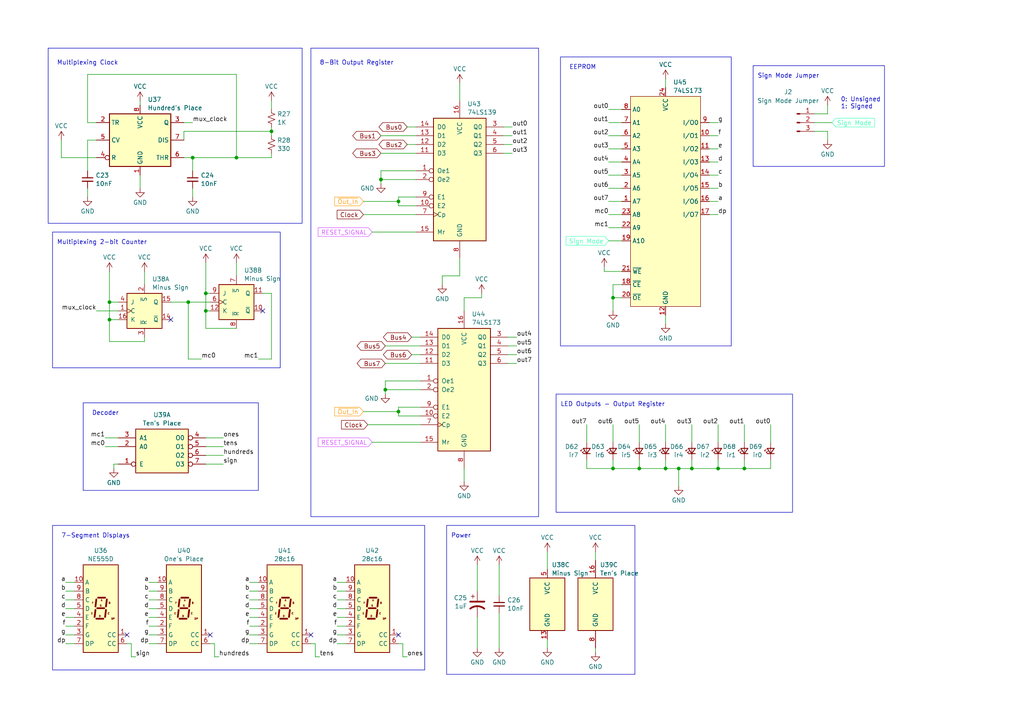
<source format=kicad_sch>
(kicad_sch (version 20230121) (generator eeschema)
  (paper "A4")
  (title_block (title "Output Display") (date "2024-01-22") (rev "1.0"))
  (lib_symbols
    (symbol "74xx:74LS139" (pin_names (offset 1.016))
      (property "Reference" "U" (at -7.62 8.89 0))
      (property "Value" "74LS139" (at -7.62 -8.89 0))
      (symbol "74LS139_1_0"
        (pin input inverted (at -12.7 -5.08 0) (length 5.08) (name "E") (number "1"))
        (pin input line (at -12.7 0 0) (length 5.08) (name "A0") (number "2"))
        (pin input line (at -12.7 2.54 0) (length 5.08) (name "A1") (number "3"))
        (pin output inverted (at 12.7 2.54 180) (length 5.08) (name "O0") (number "4"))
        (pin output inverted (at 12.7 0 180) (length 5.08) (name "O1") (number "5"))
        (pin output inverted (at 12.7 -2.54 180) (length 5.08) (name "O2") (number "6"))
        (pin output inverted (at 12.7 -5.08 180) (length 5.08) (name "O3") (number "7"))
      )
      (symbol "74LS139_1_1"
        (rectangle (start -7.62 5.08) (end 7.62 -7.62) (stroke (width 0.254)) (fill (type background)))
      )
      (symbol "74LS139_2_0"
        (pin output inverted (at 12.7 -2.54 180) (length 5.08) (name "O2") (number "10"))
        (pin output inverted (at 12.7 0 180) (length 5.08) (name "O1") (number "11"))
        (pin output inverted (at 12.7 2.54 180) (length 5.08) (name "O0") (number "12"))
        (pin input line (at -12.7 2.54 0) (length 5.08) (name "A1") (number "13"))
        (pin input line (at -12.7 0 0) (length 5.08) (name "A0") (number "14"))
        (pin input inverted (at -12.7 -5.08 0) (length 5.08) (name "E") (number "15"))
        (pin output inverted (at 12.7 -5.08 180) (length 5.08) (name "O3") (number "9"))
      )
      (symbol "74LS139_2_1"
        (rectangle (start -7.62 5.08) (end 7.62 -7.62) (stroke (width 0.254)) (fill (type background)))
      )
      (symbol "74LS139_3_0"
        (pin power_in line (at 0 12.7 270) (length 5.08) (name "VCC") (number "16"))
        (pin power_in line (at 0 -12.7 90) (length 5.08) (name "GND") (number "8"))
      )
      (symbol "74LS139_3_1"
        (rectangle (start -5.08 7.62) (end 5.08 -7.62) (stroke (width 0.254)) (fill (type background)))
      )
    )
    (symbol "74xx:74LS173" (pin_names (offset 1.016))
      (property "Reference" "U" (at -7.62 19.05 0))
      (property "Value" "74LS173" (at -7.62 -19.05 0))
      (symbol "74LS173_1_0"
        (pin input inverted (at -12.7 2.54 0) (length 5.08) (name "Oe1") (number "1"))
        (pin input inverted (at -12.7 -7.62 0) (length 5.08) (name "E2") (number "10"))
        (pin input line (at -12.7 7.62 0) (length 5.08) (name "D3") (number "11"))
        (pin input line (at -12.7 10.16 0) (length 5.08) (name "D2") (number "12"))
        (pin input line (at -12.7 12.7 0) (length 5.08) (name "D1") (number "13"))
        (pin input line (at -12.7 15.24 0) (length 5.08) (name "D0") (number "14"))
        (pin input line (at -12.7 -15.24 0) (length 5.08) (name "Mr") (number "15"))
        (pin power_in line (at 0 22.86 270) (length 5.08) (name "VCC") (number "16"))
        (pin input inverted (at -12.7 0 0) (length 5.08) (name "Oe2") (number "2"))
        (pin tri_state line (at 12.7 15.24 180) (length 5.08) (name "Q0") (number "3"))
        (pin tri_state line (at 12.7 12.7 180) (length 5.08) (name "Q1") (number "4"))
        (pin tri_state line (at 12.7 10.16 180) (length 5.08) (name "Q2") (number "5"))
        (pin tri_state line (at 12.7 7.62 180) (length 5.08) (name "Q3") (number "6"))
        (pin input clock (at -12.7 -10.16 0) (length 5.08) (name "Cp") (number "7"))
        (pin power_in line (at 0 -22.86 90) (length 5.08) (name "GND") (number "8"))
        (pin input inverted (at -12.7 -5.08 0) (length 5.08) (name "E1") (number "9"))
      )
      (symbol "74LS173_1_1"
        (rectangle (start -7.62 17.78) (end 7.62 -17.78) (stroke (width 0.254)) (fill (type background)))
      )
    )
    (symbol "74xx:74LS76" (pin_names (offset 1.016))
      (property "Reference" "U" (at -7.62 8.89 0))
      (property "Value" "74LS76" (at -7.62 -8.89 0))
      (symbol "74LS76_1_0"
        (pin input clock (at -7.62 0 0) (length 2.54) (name "C") (number "1"))
        (pin output line (at 7.62 -2.54 180) (length 2.54) (name "~{Q}") (number "14"))
        (pin output line (at 7.62 2.54 180) (length 2.54) (name "Q") (number "15"))
        (pin input line (at -7.62 -2.54 0) (length 2.54) (name "K") (number "16"))
        (pin input line (at 0 7.62 270) (length 2.54) (name "~{S}") (number "2"))
        (pin input line (at 0 -7.62 90) (length 2.54) (name "~{R}") (number "3"))
        (pin input line (at -7.62 2.54 0) (length 2.54) (name "J") (number "4"))
      )
      (symbol "74LS76_1_1"
        (rectangle (start -5.08 5.08) (end 5.08 -5.08) (stroke (width 0.254)) (fill (type background)))
      )
      (symbol "74LS76_2_0"
        (pin output line (at 7.62 -2.54 180) (length 2.54) (name "~{Q}") (number "10"))
        (pin output line (at 7.62 2.54 180) (length 2.54) (name "Q") (number "11"))
        (pin input line (at -7.62 -2.54 0) (length 2.54) (name "K") (number "12"))
        (pin input clock (at -7.62 0 0) (length 2.54) (name "C") (number "6"))
        (pin input line (at 0 7.62 270) (length 2.54) (name "~{S}") (number "7"))
        (pin input line (at 0 -7.62 90) (length 2.54) (name "~{R}") (number "8"))
        (pin input line (at -7.62 2.54 0) (length 2.54) (name "J") (number "9"))
      )
      (symbol "74LS76_2_1"
        (rectangle (start -5.08 5.08) (end 5.08 -5.08) (stroke (width 0.254)) (fill (type background)))
      )
      (symbol "74LS76_3_0"
        (pin power_in line (at 0 -10.16 90) (length 2.54) (name "GND") (number "13"))
        (pin power_in line (at 0 10.16 270) (length 2.54) (name "VCC") (number "5"))
      )
      (symbol "74LS76_3_1"
        (rectangle (start -5.08 7.62) (end 5.08 -7.62) (stroke (width 0.254)) (fill (type background)))
      )
    )
    (symbol "Connector:Conn_01x03_Pin" (pin_names (offset 1.016) hide)
      (property "Reference" "J" (at 0 5.08 0))
      (property "Value" "Conn_01x03_Pin" (at 0 -5.08 0))
      (symbol "Conn_01x03_Pin_1_1"
        (polyline (pts (xy 1.27 -2.54) (xy 0.8636 -2.54)) (stroke (width 0.1524)))
        (polyline (pts (xy 1.27 0) (xy 0.8636 0)) (stroke (width 0.1524)))
        (polyline (pts (xy 1.27 2.54) (xy 0.8636 2.54)) (stroke (width 0.1524)))
        (rectangle (start 0.8636 -2.413) (end 0 -2.667) (stroke (width 0.1524)) (fill (type outline)))
        (rectangle (start 0.8636 0.127) (end 0 -0.127) (stroke (width 0.1524)) (fill (type outline)))
        (rectangle (start 0.8636 2.667) (end 0 2.413) (stroke (width 0.1524)) (fill (type outline)))
        (pin passive line (at 5.08 2.54 180) (length 3.81) (name "Pin_1") (number "1"))
        (pin passive line (at 5.08 0 180) (length 3.81) (name "Pin_2") (number "2"))
        (pin passive line (at 5.08 -2.54 180) (length 3.81) (name "Pin_3") (number "3"))
      )
    )
    (symbol "Device:C_Polarized_US" (pin_numbers hide) (pin_names (offset 0.254) hide)
      (property "Reference" "C" (at 0.635 2.54 0))
      (property "Value" "C_Polarized_US" (at 0.635 -2.54 0))
      (symbol "C_Polarized_US_0_1"
        (polyline (pts (xy -2.032 0.762) (xy 2.032 0.762)) (stroke (width 0.508)))
        (polyline (pts (xy -1.778 2.286) (xy -0.762 2.286)))
        (polyline (pts (xy -1.27 1.778) (xy -1.27 2.794)))
        (arc (start 2.032 -1.27) (mid 0 -0.5572) (end -2.032 -1.27) (stroke (width 0.508)))
      )
      (symbol "C_Polarized_US_1_1"
        (pin passive line (at 0 3.81 270) (length 2.794) (name "~") (number "1"))
        (pin passive line (at 0 -3.81 90) (length 3.302) (name "~") (number "2"))
      )
    )
    (symbol "Device:C_Small" (pin_numbers hide) (pin_names (offset 0.254) hide)
      (property "Reference" "C" (at 0.254 1.778 0))
      (property "Value" "C_Small" (at 0.254 -2.032 0))
      (symbol "C_Small_0_1"
        (polyline (pts (xy -1.524 -0.508) (xy 1.524 -0.508)) (stroke (width 0.3302)))
        (polyline (pts (xy -1.524 0.508) (xy 1.524 0.508)) (stroke (width 0.3048)))
      )
      (symbol "C_Small_1_1"
        (pin passive line (at 0 2.54 270) (length 2.032) (name "~") (number "1"))
        (pin passive line (at 0 -2.54 90) (length 2.032) (name "~") (number "2"))
      )
    )
    (symbol "Device:LED_Small" (pin_numbers hide) (pin_names (offset 0.254) hide)
      (property "Reference" "D" (at -1.27 3.175 0))
      (property "Value" "LED_Small" (at -4.445 -2.54 0))
      (symbol "LED_Small_0_1"
        (polyline (pts (xy -0.762 -1.016) (xy -0.762 1.016)) (stroke (width 0.254)))
        (polyline (pts (xy 1.016 0) (xy -0.762 0)))
        (polyline (pts (xy 0.762 -1.016) (xy -0.762 0) (xy 0.762 1.016) (xy 0.762 -1.016)) (stroke (width 0.254)))
        (polyline (pts (xy 0 0.762) (xy -0.508 1.27) (xy -0.254 1.27) (xy -0.508 1.27) (xy -0.508 1.016)))
        (polyline (pts (xy 0.508 1.27) (xy 0 1.778) (xy 0.254 1.778) (xy 0 1.778) (xy 0 1.524)))
      )
      (symbol "LED_Small_1_1"
        (pin passive line (at -2.54 0 0) (length 1.778) (name "K") (number "1"))
        (pin passive line (at 2.54 0 180) (length 1.778) (name "A") (number "2"))
      )
    )
    (symbol "Device:R_Small_US" (pin_numbers hide) (pin_names (offset 0.254) hide)
      (property "Reference" "R" (at 0.762 0.508 0))
      (property "Value" "R_Small_US" (at 0.762 -1.016 0))
      (symbol "R_Small_US_1_1"
        (polyline (pts (xy 0 0) (xy 1.016 -0.381) (xy 0 -0.762) (xy -1.016 -1.143) (xy 0 -1.524)))
        (polyline (pts (xy 0 1.524) (xy 1.016 1.143) (xy 0 0.762) (xy -1.016 0.381) (xy 0 0)))
        (pin passive line (at 0 2.54 270) (length 1.016) (name "~") (number "1"))
        (pin passive line (at 0 -2.54 90) (length 1.016) (name "~") (number "2"))
      )
    )
    (symbol "Display_Character:HDSP-7403"
      (property "Reference" "U" (at -3.81 13.97 0))
      (property "Value" "HDSP-7403" (at 6.35 13.97 0))
      (symbol "HDSP-7403_1_0"
        (text "A" (at 0.254 2.413 0) (effects (font (size 0.508 0.508))))
        (text "B" (at 2.54 1.651 0) (effects (font (size 0.508 0.508))))
        (text "C" (at 2.286 -1.397 0) (effects (font (size 0.508 0.508))))
        (text "D" (at -0.254 -2.159 0) (effects (font (size 0.508 0.508))))
        (text "DP" (at 3.556 -2.921 0) (effects (font (size 0.508 0.508))))
        (text "E" (at -2.54 -1.397 0) (effects (font (size 0.508 0.508))))
        (text "F" (at -2.286 1.651 0) (effects (font (size 0.508 0.508))))
        (text "G" (at 0 0.889 0) (effects (font (size 0.508 0.508))))
      )
      (symbol "HDSP-7403_1_1"
        (rectangle (start -5.08 12.7) (end 5.08 -12.7) (stroke (width 0.254)) (fill (type background)))
        (polyline (pts (xy -1.524 -0.381) (xy -1.778 -2.413)) (stroke (width 0.508)))
        (polyline (pts (xy -1.27 -2.921) (xy 0.762 -2.921)) (stroke (width 0.508)))
        (polyline (pts (xy -1.27 2.667) (xy -1.524 0.635)) (stroke (width 0.508)))
        (polyline (pts (xy -1.016 0.127) (xy 1.016 0.127)) (stroke (width 0.508)))
        (polyline (pts (xy -0.762 3.175) (xy 1.27 3.175)) (stroke (width 0.508)))
        (polyline (pts (xy 1.524 -0.381) (xy 1.27 -2.413)) (stroke (width 0.508)))
        (polyline (pts (xy 1.778 2.667) (xy 1.524 0.635)) (stroke (width 0.508)))
        (polyline (pts (xy 2.54 -2.921) (xy 2.54 -2.921)) (stroke (width 0.508)))
        (pin input line (at 7.62 -7.62 180) (length 2.54) (name "CC") (number "1"))
        (pin input line (at -7.62 7.62 0) (length 2.54) (name "A") (number "10"))
        (pin input line (at -7.62 -5.08 0) (length 2.54) (name "F") (number "2"))
        (pin input line (at -7.62 -7.62 0) (length 2.54) (name "G") (number "3"))
        (pin input line (at -7.62 -2.54 0) (length 2.54) (name "E") (number "4"))
        (pin input line (at -7.62 0 0) (length 2.54) (name "D") (number "5"))
        (pin input line (at 7.62 -10.16 180) (length 2.54) (name "CC") (number "6"))
        (pin input line (at -7.62 -10.16 0) (length 2.54) (name "DP") (number "7"))
        (pin input line (at -7.62 2.54 0) (length 2.54) (name "C") (number "8"))
        (pin input line (at -7.62 5.08 0) (length 2.54) (name "B") (number "9"))
      )
    )
    (symbol "Memory_EEPROM:28C16"
      (property "Reference" "U" (at 5.08 31.75 0))
      (symbol "28C16_0_0"
        (text "" (at 8.89 16.51 0) (effects (font (size 1.27 1.27))))
      )
      (symbol "28C16_0_1"
        (rectangle (start -10.16 30.48) (end 10.16 -30.48) (stroke (width 0.1524)) (fill (type background)))
      )
      (symbol "28C16_1_1"
        (pin input line (at -12.7 0 0) (length 2.54) (name "A7") (number "1"))
        (pin bidirectional line (at 12.7 19.05 180) (length 2.54) (name "I/O1") (number "10"))
        (pin bidirectional line (at 12.7 15.24 180) (length 2.54) (name "I/O2") (number "11"))
        (pin power_in line (at 0 -33.02 90) (length 2.54) (name "GND") (number "12"))
        (pin bidirectional line (at 12.7 11.43 180) (length 2.54) (name "I/O3") (number "13"))
        (pin bidirectional line (at 12.7 7.62 180) (length 2.54) (name "I/O4") (number "14"))
        (pin bidirectional line (at 12.7 3.81 180) (length 2.54) (name "I/O5") (number "15"))
        (pin bidirectional line (at 12.7 0 180) (length 2.54) (name "I/O6") (number "16"))
        (pin bidirectional line (at 12.7 -3.81 180) (length 2.54) (name "I/O7") (number "17"))
        (pin input line (at -12.7 -24.13 0) (length 2.54) (name "~{CE}") (number "18"))
        (pin input line (at -12.7 -11.43 0) (length 2.54) (name "A10") (number "19"))
        (pin input line (at -12.7 3.81 0) (length 2.54) (name "A6") (number "2"))
        (pin input line (at -12.7 -27.94 0) (length 2.54) (name "~{OE}") (number "20"))
        (pin input line (at -12.7 -20.32 0) (length 2.54) (name "~{WE}") (number "21"))
        (pin input line (at -12.7 -7.62 0) (length 2.54) (name "A9") (number "22"))
        (pin input line (at -12.7 -3.81 0) (length 2.54) (name "A8") (number "23"))
        (pin power_in line (at 0 33.02 270) (length 2.54) (name "VCC") (number "24"))
        (pin input line (at -12.7 7.62 0) (length 2.54) (name "A5") (number "3"))
        (pin input line (at -12.7 11.43 0) (length 2.54) (name "A4") (number "4"))
        (pin input line (at -12.7 15.24 0) (length 2.54) (name "A3") (number "5"))
        (pin input line (at -12.7 19.05 0) (length 2.54) (name "A2") (number "6"))
        (pin input line (at -12.7 22.86 0) (length 2.54) (name "A1") (number "7"))
        (pin input line (at -12.7 26.67 0) (length 2.54) (name "A0") (number "8"))
        (pin bidirectional line (at 12.7 22.86 180) (length 2.54) (name "I/O0") (number "9"))
      )
    )
    (symbol "Timer:NE555D"
      (property "Reference" "U" (at -10.16 8.89 0))
      (property "Value" "NE555D" (at 2.54 8.89 0))
      (symbol "NE555D_0_0"
        (pin power_in line (at 0 -10.16 90) (length 2.54) (name "GND") (number "1"))
        (pin power_in line (at 0 10.16 270) (length 2.54) (name "VCC") (number "8"))
      )
      (symbol "NE555D_0_1"
        (rectangle (start -8.89 -7.62) (end 8.89 7.62) (stroke (width 0.254)) (fill (type background)))
        (rectangle (start -8.89 -7.62) (end 8.89 7.62) (stroke (width 0.254)) (fill (type background)))
      )
      (symbol "NE555D_1_1"
        (pin input line (at -12.7 5.08 0) (length 3.81) (name "TR") (number "2"))
        (pin output line (at 12.7 5.08 180) (length 3.81) (name "Q") (number "3"))
        (pin input inverted (at -12.7 -5.08 0) (length 3.81) (name "R") (number "4"))
        (pin input line (at -12.7 0 0) (length 3.81) (name "CV") (number "5"))
        (pin input line (at 12.7 -5.08 180) (length 3.81) (name "THR") (number "6"))
        (pin input line (at 12.7 0 180) (length 3.81) (name "DIS") (number "7"))
      )
    )
    (symbol "power:GND" (power) (pin_names (offset 0))
      (property "Value" "GND" (at 0 -3.81 0))
      (symbol "GND_0_1"
        (polyline (pts (xy 0 0) (xy 0 -1.27) (xy 1.27 -1.27) (xy 0 -2.54) (xy -1.27 -1.27) (xy 0 -1.27)))
      )
      (symbol "GND_1_1"
        (pin power_in line (at 0 0 270) (length 0) hide (name "GND") (number "1"))
      )
    )
    (symbol "power:VCC" (power) (pin_names (offset 0))
      (property "Value" "VCC" (at 0 3.81 0))
      (symbol "VCC_0_1"
        (polyline (pts (xy -0.762 1.27) (xy 0 2.54)))
        (polyline (pts (xy 0 0) (xy 0 2.54)))
        (polyline (pts (xy 0 2.54) (xy 0.762 1.27)))
      )
      (symbol "VCC_1_1"
        (pin power_in line (at 0 0 90) (length 0) hide (name "VCC") (number "1"))
      )
    )
  )
  (junction (at 177.8 135.89))
  (junction (at 196.85 135.89))
  (junction (at 78.74 38.1))
  (junction (at 115.57 119.38))
  (junction (at 185.42 135.89))
  (junction (at 200.66 135.89))
  (junction (at 31.75 87.63))
  (junction (at 215.9 135.89))
  (junction (at 54.61 87.63))
  (junction (at 110.49 52.07))
  (junction (at 31.75 92.71))
  (junction (at 177.8 86.36))
  (junction (at 115.57 58.42))
  (junction (at 193.04 135.89))
  (junction (at 68.58 45.72))
  (junction (at 59.69 90.17))
  (junction (at 55.88 45.72))
  (junction (at 208.28 135.89))
  (junction (at 111.76 113.03))
  (junction (at 59.69 85.09))
  (no_connect (at 115.57 184.15))
  (no_connect (at 90.17 184.15))
  (no_connect (at 36.83 184.15))
  (no_connect (at 76.2 90.17))
  (no_connect (at 60.96 184.15))
  (no_connect (at 49.53 92.71))
  (wire (pts (xy 133.35 24.13) (xy 133.35 29.21)))
  (wire (pts (xy 176.53 69.85) (xy 180.34 69.85)))
  (wire (pts (xy 115.57 119.38) (xy 115.57 120.65)))
  (wire (pts (xy 59.69 90.17) (xy 59.69 85.09)))
  (wire (pts (xy 53.34 38.1) (xy 78.74 38.1)))
  (wire (pts (xy 115.57 57.15) (xy 115.57 58.42)))
  (wire (pts (xy 177.8 133.35) (xy 177.8 135.89)))
  (wire (pts (xy 97.79 179.07) (xy 100.33 179.07)))
  (wire (pts (xy 177.8 86.36) (xy 180.34 86.36)))
  (wire (pts (xy 121.92 97.79) (xy 119.38 97.79)))
  (wire (pts (xy 240.03 33.02) (xy 240.03 30.48)))
  (wire (pts (xy 59.69 132.08) (xy 64.77 132.08)))
  (wire (pts (xy 133.35 80.01) (xy 133.35 74.93)))
  (wire (pts (xy 223.52 123.19) (xy 223.52 128.27)))
  (wire (pts (xy 105.41 119.38) (xy 115.57 119.38)))
  (wire (pts (xy 72.39 179.07) (xy 74.93 179.07)))
  (wire (pts (xy 97.79 173.99) (xy 100.33 173.99)))
  (wire (pts (xy 208.28 54.61) (xy 205.74 54.61)))
  (wire (pts (xy 59.69 90.17) (xy 60.96 90.17)))
  (wire (pts (xy 72.39 181.61) (xy 74.93 181.61)))
  (wire (pts (xy 185.42 133.35) (xy 185.42 135.89)))
  (wire (pts (xy 121.92 110.49) (xy 111.76 110.49)))
  (wire (pts (xy 68.58 76.2) (xy 68.58 80.01)))
  (wire (pts (xy 40.64 29.21) (xy 40.64 30.48)))
  (wire (pts (xy 138.43 163.83) (xy 138.43 171.45)))
  (wire (pts (xy 208.28 62.23) (xy 205.74 62.23)))
  (wire (pts (xy 25.4 21.59) (xy 25.4 35.56)))
  (wire (pts (xy 27.94 45.72) (xy 17.78 45.72)))
  (wire (pts (xy 43.18 181.61) (xy 45.72 181.61)))
  (wire (pts (xy 53.34 35.56) (xy 55.88 35.56)))
  (wire (pts (xy 208.28 58.42) (xy 205.74 58.42)))
  (wire (pts (xy 111.76 113.03) (xy 121.92 113.03)))
  (wire (pts (xy 72.39 184.15) (xy 74.93 184.15)))
  (wire (pts (xy 180.34 78.74) (xy 175.26 78.74)))
  (wire (pts (xy 55.88 45.72) (xy 68.58 45.72)))
  (wire (pts (xy 27.94 40.64) (xy 25.4 40.64)))
  (wire (pts (xy 120.65 49.53) (xy 110.49 49.53)))
  (wire (pts (xy 19.05 184.15) (xy 21.59 184.15)))
  (wire (pts (xy 116.84 186.69) (xy 115.57 186.69)))
  (wire (pts (xy 138.43 179.07) (xy 138.43 187.96)))
  (wire (pts (xy 148.59 44.45) (xy 146.05 44.45)))
  (wire (pts (xy 158.75 185.42) (xy 158.75 187.96)))
  (wire (pts (xy 144.78 177.8) (xy 144.78 187.96)))
  (wire (pts (xy 41.91 97.79) (xy 41.91 99.06)))
  (wire (pts (xy 158.75 160.02) (xy 158.75 165.1)))
  (wire (pts (xy 149.86 97.79) (xy 147.32 97.79)))
  (wire (pts (xy 115.57 59.69) (xy 120.65 59.69)))
  (wire (pts (xy 172.72 160.02) (xy 172.72 162.56)))
  (wire (pts (xy 97.79 181.61) (xy 100.33 181.61)))
  (wire (pts (xy 38.1 186.69) (xy 36.83 186.69)))
  (wire (pts (xy 185.42 123.19) (xy 185.42 128.27)))
  (wire (pts (xy 97.79 186.69) (xy 100.33 186.69)))
  (wire (pts (xy 172.72 187.96) (xy 172.72 189.23)))
  (wire (pts (xy 196.85 135.89) (xy 196.85 140.97)))
  (wire (pts (xy 134.62 86.36) (xy 134.62 90.17)))
  (wire (pts (xy 121.92 105.41) (xy 111.76 105.41)))
  (wire (pts (xy 59.69 134.62) (xy 64.77 134.62)))
  (wire (pts (xy 59.69 95.25) (xy 59.69 90.17)))
  (wire (pts (xy 120.65 36.83) (xy 118.11 36.83)))
  (wire (pts (xy 139.7 85.09) (xy 139.7 86.36)))
  (wire (pts (xy 120.65 44.45) (xy 110.49 44.45)))
  (wire (pts (xy 19.05 173.99) (xy 21.59 173.99)))
  (wire (pts (xy 128.27 80.01) (xy 133.35 80.01)))
  (wire (pts (xy 43.18 184.15) (xy 45.72 184.15)))
  (wire (pts (xy 115.57 120.65) (xy 121.92 120.65)))
  (wire (pts (xy 193.04 135.89) (xy 196.85 135.89)))
  (wire (pts (xy 176.53 50.8) (xy 180.34 50.8)))
  (wire (pts (xy 236.22 33.02) (xy 240.03 33.02)))
  (wire (pts (xy 208.28 46.99) (xy 205.74 46.99)))
  (wire (pts (xy 115.57 58.42) (xy 115.57 59.69)))
  (wire (pts (xy 68.58 95.25) (xy 59.69 95.25)))
  (wire (pts (xy 105.41 58.42) (xy 115.57 58.42)))
  (wire (pts (xy 134.62 135.89) (xy 134.62 139.7)))
  (wire (pts (xy 31.75 87.63) (xy 34.29 87.63)))
  (wire (pts (xy 78.74 38.1) (xy 78.74 39.37)))
  (wire (pts (xy 110.49 52.07) (xy 110.49 53.34)))
  (wire (pts (xy 54.61 104.14) (xy 58.42 104.14)))
  (wire (pts (xy 215.9 135.89) (xy 223.52 135.89)))
  (wire (pts (xy 116.84 190.5) (xy 118.11 190.5)))
  (wire (pts (xy 176.53 43.18) (xy 180.34 43.18)))
  (wire (pts (xy 176.53 62.23) (xy 180.34 62.23)))
  (wire (pts (xy 149.86 105.41) (xy 147.32 105.41)))
  (wire (pts (xy 149.86 102.87) (xy 147.32 102.87)))
  (wire (pts (xy 208.28 135.89) (xy 215.9 135.89)))
  (wire (pts (xy 74.93 104.14) (xy 78.74 104.14)))
  (wire (pts (xy 128.27 80.01) (xy 128.27 82.55)))
  (wire (pts (xy 111.76 113.03) (xy 111.76 114.3)))
  (wire (pts (xy 200.66 133.35) (xy 200.66 135.89)))
  (wire (pts (xy 25.4 35.56) (xy 27.94 35.56)))
  (wire (pts (xy 19.05 168.91) (xy 21.59 168.91)))
  (wire (pts (xy 176.53 39.37) (xy 180.34 39.37)))
  (wire (pts (xy 193.04 91.44) (xy 193.04 93.98)))
  (wire (pts (xy 170.18 123.19) (xy 170.18 128.27)))
  (wire (pts (xy 54.61 87.63) (xy 60.96 87.63)))
  (wire (pts (xy 208.28 123.19) (xy 208.28 128.27)))
  (wire (pts (xy 72.39 168.91) (xy 74.93 168.91)))
  (wire (pts (xy 76.2 85.09) (xy 78.74 85.09)))
  (wire (pts (xy 78.74 36.83) (xy 78.74 38.1)))
  (wire (pts (xy 31.75 99.06) (xy 31.75 92.71)))
  (wire (pts (xy 62.23 190.5) (xy 63.5 190.5)))
  (wire (pts (xy 110.49 52.07) (xy 120.65 52.07)))
  (wire (pts (xy 120.65 57.15) (xy 115.57 57.15)))
  (wire (pts (xy 148.59 39.37) (xy 146.05 39.37)))
  (wire (pts (xy 97.79 184.15) (xy 100.33 184.15)))
  (wire (pts (xy 148.59 41.91) (xy 146.05 41.91)))
  (wire (pts (xy 121.92 102.87) (xy 119.38 102.87)))
  (wire (pts (xy 176.53 35.56) (xy 180.34 35.56)))
  (wire (pts (xy 43.18 173.99) (xy 45.72 173.99)))
  (wire (pts (xy 25.4 40.64) (xy 25.4 49.53)))
  (wire (pts (xy 43.18 179.07) (xy 45.72 179.07)))
  (wire (pts (xy 34.29 92.71) (xy 31.75 92.71)))
  (wire (pts (xy 53.34 40.64) (xy 53.34 38.1)))
  (wire (pts (xy 176.53 31.75) (xy 180.34 31.75)))
  (wire (pts (xy 97.79 176.53) (xy 100.33 176.53)))
  (wire (pts (xy 170.18 135.89) (xy 177.8 135.89)))
  (wire (pts (xy 17.78 45.72) (xy 17.78 40.64)))
  (wire (pts (xy 177.8 86.36) (xy 177.8 90.17)))
  (wire (pts (xy 78.74 29.21) (xy 78.74 31.75)))
  (wire (pts (xy 78.74 85.09) (xy 78.74 104.14)))
  (wire (pts (xy 107.95 128.27) (xy 121.92 128.27)))
  (wire (pts (xy 193.04 123.19) (xy 193.04 128.27)))
  (wire (pts (xy 59.69 129.54) (xy 64.77 129.54)))
  (wire (pts (xy 120.65 39.37) (xy 110.49 39.37)))
  (wire (pts (xy 223.52 135.89) (xy 223.52 133.35)))
  (wire (pts (xy 62.23 186.69) (xy 60.96 186.69)))
  (wire (pts (xy 55.88 54.61) (xy 55.88 57.15)))
  (wire (pts (xy 110.49 49.53) (xy 110.49 52.07)))
  (wire (pts (xy 170.18 133.35) (xy 170.18 135.89)))
  (wire (pts (xy 19.05 186.69) (xy 21.59 186.69)))
  (wire (pts (xy 236.22 38.1) (xy 240.03 38.1)))
  (wire (pts (xy 208.28 35.56) (xy 205.74 35.56)))
  (wire (pts (xy 175.26 78.74) (xy 175.26 77.47)))
  (wire (pts (xy 91.44 190.5) (xy 91.44 186.69)))
  (wire (pts (xy 19.05 171.45) (xy 21.59 171.45)))
  (wire (pts (xy 148.59 36.83) (xy 146.05 36.83)))
  (wire (pts (xy 72.39 171.45) (xy 74.93 171.45)))
  (wire (pts (xy 176.53 46.99) (xy 180.34 46.99)))
  (wire (pts (xy 177.8 135.89) (xy 185.42 135.89)))
  (wire (pts (xy 38.1 190.5) (xy 38.1 186.69)))
  (wire (pts (xy 208.28 133.35) (xy 208.28 135.89)))
  (wire (pts (xy 107.95 67.31) (xy 120.65 67.31)))
  (wire (pts (xy 208.28 43.18) (xy 205.74 43.18)))
  (wire (pts (xy 144.78 163.83) (xy 144.78 172.72)))
  (wire (pts (xy 176.53 58.42) (xy 180.34 58.42)))
  (wire (pts (xy 68.58 21.59) (xy 68.58 45.72)))
  (wire (pts (xy 59.69 85.09) (xy 60.96 85.09)))
  (wire (pts (xy 72.39 176.53) (xy 74.93 176.53)))
  (wire (pts (xy 54.61 87.63) (xy 54.61 104.14)))
  (wire (pts (xy 19.05 181.61) (xy 21.59 181.61)))
  (wire (pts (xy 78.74 44.45) (xy 78.74 45.72)))
  (wire (pts (xy 120.65 41.91) (xy 118.11 41.91)))
  (wire (pts (xy 185.42 135.89) (xy 193.04 135.89)))
  (wire (pts (xy 115.57 118.11) (xy 121.92 118.11)))
  (wire (pts (xy 121.92 123.19) (xy 106.68 123.19)))
  (wire (pts (xy 31.75 92.71) (xy 31.75 87.63)))
  (wire (pts (xy 215.9 123.19) (xy 215.9 128.27)))
  (wire (pts (xy 38.1 190.5) (xy 39.37 190.5)))
  (wire (pts (xy 208.28 39.37) (xy 205.74 39.37)))
  (wire (pts (xy 27.94 90.17) (xy 34.29 90.17)))
  (wire (pts (xy 236.22 35.56) (xy 241.3 35.56)))
  (wire (pts (xy 25.4 21.59) (xy 68.58 21.59)))
  (wire (pts (xy 240.03 38.1) (xy 240.03 40.64)))
  (wire (pts (xy 40.64 50.8) (xy 40.64 54.61)))
  (wire (pts (xy 72.39 173.99) (xy 74.93 173.99)))
  (wire (pts (xy 208.28 50.8) (xy 205.74 50.8)))
  (wire (pts (xy 55.88 45.72) (xy 55.88 49.53)))
  (wire (pts (xy 55.88 45.72) (xy 53.34 45.72)))
  (wire (pts (xy 19.05 176.53) (xy 21.59 176.53)))
  (wire (pts (xy 176.53 54.61) (xy 180.34 54.61)))
  (wire (pts (xy 43.18 176.53) (xy 45.72 176.53)))
  (wire (pts (xy 43.18 186.69) (xy 45.72 186.69)))
  (wire (pts (xy 176.53 66.04) (xy 180.34 66.04)))
  (wire (pts (xy 149.86 100.33) (xy 147.32 100.33)))
  (wire (pts (xy 59.69 127) (xy 64.77 127)))
  (wire (pts (xy 111.76 110.49) (xy 111.76 113.03)))
  (wire (pts (xy 30.48 127) (xy 34.29 127)))
  (wire (pts (xy 68.58 45.72) (xy 78.74 45.72)))
  (wire (pts (xy 49.53 87.63) (xy 54.61 87.63)))
  (wire (pts (xy 97.79 168.91) (xy 100.33 168.91)))
  (wire (pts (xy 34.29 134.62) (xy 33.02 134.62)))
  (wire (pts (xy 43.18 168.91) (xy 45.72 168.91)))
  (wire (pts (xy 43.18 171.45) (xy 45.72 171.45)))
  (wire (pts (xy 72.39 186.69) (xy 74.93 186.69)))
  (wire (pts (xy 193.04 133.35) (xy 193.04 135.89)))
  (wire (pts (xy 120.65 62.23) (xy 105.41 62.23)))
  (wire (pts (xy 62.23 190.5) (xy 62.23 186.69)))
  (wire (pts (xy 193.04 22.86) (xy 193.04 25.4)))
  (wire (pts (xy 180.34 82.55) (xy 177.8 82.55)))
  (wire (pts (xy 31.75 78.74) (xy 31.75 87.63)))
  (wire (pts (xy 41.91 78.74) (xy 41.91 82.55)))
  (wire (pts (xy 196.85 135.89) (xy 200.66 135.89)))
  (wire (pts (xy 19.05 179.07) (xy 21.59 179.07)))
  (wire (pts (xy 139.7 86.36) (xy 134.62 86.36)))
  (wire (pts (xy 97.79 171.45) (xy 100.33 171.45)))
  (wire (pts (xy 25.4 54.61) (xy 25.4 57.15)))
  (wire (pts (xy 59.69 76.2) (xy 59.69 85.09)))
  (wire (pts (xy 41.91 99.06) (xy 31.75 99.06)))
  (wire (pts (xy 115.57 118.11) (xy 115.57 119.38)))
  (wire (pts (xy 121.92 100.33) (xy 111.76 100.33)))
  (wire (pts (xy 215.9 133.35) (xy 215.9 135.89)))
  (wire (pts (xy 200.66 123.19) (xy 200.66 128.27)))
  (wire (pts (xy 33.02 134.62) (xy 33.02 135.89)))
  (wire (pts (xy 116.84 190.5) (xy 116.84 186.69)))
  (wire (pts (xy 200.66 135.89) (xy 208.28 135.89)))
  (wire (pts (xy 91.44 186.69) (xy 90.17 186.69)))
  (wire (pts (xy 177.8 82.55) (xy 177.8 86.36)))
  (wire (pts (xy 30.48 129.54) (xy 34.29 129.54)))
  (wire (pts (xy 91.44 190.5) (xy 92.71 190.5)))
  (wire (pts (xy 177.8 123.19) (xy 177.8 128.27)))
  (rectangle (start 129.54 152.4) (end 184.15 195.58))
  (rectangle (start 13.97 13.97) (end 87.63 64.77))
  (rectangle (start 15.24 152.4) (end 123.19 194.31))
  (rectangle (start 161.29 114.3) (end 229.87 148.59))
  (rectangle (start 24.13 116.84) (end 74.93 142.24))
  (rectangle (start 162.56 16.51) (end 212.09 100.33))
  (rectangle (start 90.17 13.97) (end 156.21 149.86))
  (rectangle (start 218.44 19.05) (end 256.54 48.26))
  (rectangle (start 15.24 67.31) (end 81.28 106.68))
  (text "Multiplexing Clock" (at 16.51 19.05 0) (effects (font (size 1.27 1.27)) (justify left bottom)))
  (text "Power" (at 130.81 156.21 0) (effects (font (size 1.27 1.27)) (justify left bottom)))
  (text "LED Outputs - Output Register" (at 162.56 118.11 0) (effects (font (size 1.27 1.27)) (justify left bottom)))
  (text "Sign Mode Jumper\n" (at 219.71 22.86 0) (effects (font (size 1.27 1.27)) (justify left bottom)))
  (text "7-Segment Displays" (at 17.78 156.21 0) (effects (font (size 1.27 1.27)) (justify left bottom)))
  (text "Decoder" (at 26.67 120.65 0) (effects (font (size 1.27 1.27)) (justify left bottom)))
  (text "Multiplexing 2-bit Counter" (at 16.51 71.12 0) (effects (font (size 1.27 1.27)) (justify left bottom)))
  (text "EEPROM" (at 165.1 20.32 0) (effects (font (size 1.27 1.27)) (justify left bottom)))
  (text "8-Bit Output Register" (at 92.71 19.05 0) (effects (font (size 1.27 1.27)) (justify left bottom)))
  (text "0: Unsigned\n1: Signed" (at 243.84 31.75 0) (effects (font (size 1.27 1.27)) (justify left bottom)))
  (label "dp" (at 43.18 186.69 180))
  (label "out2" (at 176.53 39.37 180))
  (label "a" (at 19.05 168.91 180))
  (label "mc1" (at 30.48 127 180))
  (label "f" (at 97.79 181.61 180))
  (label "out3" (at 148.59 44.45 0))
  (label "f" (at 208.28 39.37 0))
  (label "c" (at 72.39 173.99 180))
  (label "out1" (at 215.9 123.19 180))
  (label "e" (at 72.39 179.07 180))
  (label "c" (at 43.18 173.99 180))
  (label "a" (at 97.79 168.91 180))
  (label "mc0" (at 30.48 129.54 180))
  (label "out4" (at 149.86 97.79 0))
  (label "a" (at 43.18 168.91 180))
  (label "c" (at 19.05 173.99 180))
  (label "mc1" (at 74.93 104.14 180))
  (label "out0" (at 148.59 36.83 0))
  (label "e" (at 97.79 179.07 180))
  (label "e" (at 208.28 43.18 0))
  (label "out2" (at 208.28 123.19 180))
  (label "mc0" (at 58.42 104.14 0))
  (label "out4" (at 176.53 46.99 180))
  (label "g" (at 43.18 184.15 180))
  (label "hundreds" (at 63.5 190.5 0))
  (label "d" (at 43.18 176.53 180))
  (label "b" (at 97.79 171.45 180))
  (label "out6" (at 149.86 102.87 0))
  (label "a" (at 208.28 58.42 0))
  (label "dp" (at 72.39 186.69 180))
  (label "out1" (at 176.53 35.56 180))
  (label "d" (at 72.39 176.53 180))
  (label "g" (at 72.39 184.15 180))
  (label "out3" (at 176.53 43.18 180))
  (label "ones" (at 118.11 190.5 0))
  (label "tens" (at 64.77 129.54 0))
  (label "g" (at 97.79 184.15 180))
  (label "f" (at 43.18 181.61 180))
  (label "mux_clock" (at 55.88 35.56 0))
  (label "e" (at 43.18 179.07 180))
  (label "out1" (at 148.59 39.37 0))
  (label "out0" (at 223.52 123.19 180))
  (label "dp" (at 19.05 186.69 180))
  (label "sign" (at 64.77 134.62 0))
  (label "out6" (at 176.53 54.61 180))
  (label "b" (at 19.05 171.45 180))
  (label "f" (at 72.39 181.61 180))
  (label "out4" (at 193.04 123.19 180))
  (label "b" (at 43.18 171.45 180))
  (label "out0" (at 176.53 31.75 180))
  (label "out7" (at 176.53 58.42 180))
  (label "out3" (at 200.66 123.19 180))
  (label "out6" (at 177.8 123.19 180))
  (label "a" (at 72.39 168.91 180))
  (label "tens" (at 92.71 190.5 0))
  (label "b" (at 72.39 171.45 180))
  (label "c" (at 208.28 50.8 0))
  (label "c" (at 97.79 173.99 180))
  (label "e" (at 19.05 179.07 180))
  (label "f" (at 19.05 181.61 180))
  (label "out5" (at 176.53 50.8 180))
  (label "dp" (at 208.28 62.23 0))
  (label "out7" (at 149.86 105.41 0))
  (label "mc1" (at 176.53 66.04 180))
  (label "d" (at 19.05 176.53 180))
  (label "mc0" (at 176.53 62.23 180))
  (label "d" (at 208.28 46.99 0))
  (label "hundreds" (at 64.77 132.08 0))
  (label "g" (at 208.28 35.56 0))
  (label "out5" (at 149.86 100.33 0))
  (label "mux_clock" (at 27.94 90.17 180))
  (label "ones" (at 64.77 127 0))
  (label "out7" (at 170.18 123.19 180))
  (label "g" (at 19.05 184.15 180))
  (label "out5" (at 185.42 123.19 180))
  (label "sign" (at 39.37 190.5 0))
  (label "dp" (at 97.79 186.69 180))
  (label "out2" (at 148.59 41.91 0))
  (label "d" (at 97.79 176.53 180))
  (label "b" (at 208.28 54.61 0))
  (global_label "RESET_SIGNAL" (shape input) (at 107.95 67.31 180) (property "Intersheetrefs" "${INTERSHEET_REFS}" (effects hide)))
  (global_label "~{Out_In}" (shape input) (at 105.41 119.38 180) (property "Intersheetrefs" "${INTERSHEET_REFS}" (effects hide)))
  (global_label "Bus2" (shape tri_state) (at 118.11 41.91 180) (property "Intersheetrefs" "${INTERSHEET_REFS}" (effects hide)))
  (global_label "RESET_SIGNAL" (shape input) (at 107.95 128.27 180) (property "Intersheetrefs" "${INTERSHEET_REFS}" (effects hide)))
  (global_label "Clock" (shape input) (at 105.41 62.23 180) (property "Intersheetrefs" "${INTERSHEET_REFS}" (effects hide)))
  (global_label "Bus6" (shape tri_state) (at 119.38 102.87 180) (property "Intersheetrefs" "${INTERSHEET_REFS}" (effects hide)))
  (global_label "~{Out_In}" (shape input) (at 105.41 58.42 180) (property "Intersheetrefs" "${INTERSHEET_REFS}" (effects hide)))
  (global_label "Bus1" (shape tri_state) (at 110.49 39.37 180) (property "Intersheetrefs" "${INTERSHEET_REFS}" (effects hide)))
  (global_label "Bus3" (shape tri_state) (at 110.49 44.45 180) (property "Intersheetrefs" "${INTERSHEET_REFS}" (effects hide)))
  (global_label "Sign Mode" (shape input) (at 176.53 69.85 180) (property "Intersheetrefs" "${INTERSHEET_REFS}" (effects hide)))
  (global_label "Bus5" (shape tri_state) (at 111.76 100.33 180) (property "Intersheetrefs" "${INTERSHEET_REFS}" (effects hide)))
  (global_label "Bus7" (shape tri_state) (at 111.76 105.41 180) (property "Intersheetrefs" "${INTERSHEET_REFS}" (effects hide)))
  (global_label "Bus4" (shape tri_state) (at 119.38 97.79 180) (property "Intersheetrefs" "${INTERSHEET_REFS}" (effects hide)))
  (global_label "Sign Mode" (shape input) (at 241.3 35.56 0) (property "Intersheetrefs" "${INTERSHEET_REFS}" (effects hide)))
  (global_label "Clock" (shape input) (at 106.68 123.19 180) (property "Intersheetrefs" "${INTERSHEET_REFS}" (effects hide)))
  (global_label "Bus0" (shape tri_state) (at 118.11 36.83 180) (property "Intersheetrefs" "${INTERSHEET_REFS}" (effects hide)))
  (symbol (lib_id "power:VCC") (at 133.35 24.13 0) (unit 1)
    (property "Reference" "#PWR0168" (effects hide))
    (property "Value" "VCC" (at 133.35 19.9969 0))
  )
  (symbol (lib_id "Device:C_Small") (at 25.4 52.07 0) (unit 1)
    (property "Reference" "C23" (at 27.7241 50.8642 0) (effects (justify left)))
    (property "Value" "10nF" (at 27.7241 53.2884 0) (effects (justify left)))
    (property "Footprint" "Capacitor_THT:C_Disc_D3.4mm_W2.1mm_P2.50mm" (effects hide))
  )
  (symbol (lib_id "Display_Character:HDSP-7403") (at 107.95 176.53 0) (unit 1)
    (property "Reference" "U42" (at 107.95 159.6857 0))
    (property "Value" "28c16" (at 107.95 162.1099 0))
    (property "Footprint" "Package_DIP:DIP-24_W15.24mm_Socket" (effects hide))
    (property "Datasheet" "https://docs.broadcom.com/docs/AV02-2553EN" (effects hide))
  )
  (symbol (lib_id "power:VCC") (at 172.72 160.02 0) (unit 1)
    (property "Reference" "#PWR0177" (effects hide))
    (property "Value" "VCC" (at 172.72 155.8869 0))
  )
  (symbol (lib_id "Device:LED_Small") (at 185.42 130.81 90) (unit 1)
    (property "Reference" "D64" (at 183.007 129.5344 90) (effects (justify left)))
    (property "Value" "ir5" (at 183.007 131.9586 90) (effects (justify left)))
    (property "Footprint" "LED_THT:LED_D5.0mm" (effects hide))
  )
  (symbol (lib_id "power:VCC") (at 40.64 29.21 0) (unit 1)
    (property "Reference" "#PWR0158" (effects hide))
    (property "Value" "VCC" (at 40.64 25.0769 0))
  )
  (symbol (lib_id "74xx:74LS139") (at 46.99 129.54 0) (unit 1)
    (property "Reference" "U39" (at 46.99 120.3157 0))
    (property "Value" "Ten's Place" (at 46.99 122.7399 0))
    (property "Footprint" "Display_7Segment:HDSP-7401" (effects hide))
    (property "Datasheet" "http://www.ti.com/lit/ds/symlink/sn74ls139a.pdf" (effects hide))
  )
  (symbol (lib_id "Memory_EEPROM:28C16") (at 193.04 58.42 0) (unit 1)
    (property "Reference" "U45" (at 195.2341 23.8465 0) (effects (justify left)))
    (property "Value" "74LS173" (at 195.2341 26.2707 0) (effects (justify left)))
    (property "Footprint" "Package_DIP:DIP-16_W7.62mm" (effects hide))
  )
  (symbol (lib_id "74xx:74LS76") (at 158.75 175.26 0) (unit 3)
    (property "Reference" "U38" (at 160.02 163.83 0) (effects (justify left)))
    (property "Value" "Minus Sign" (at 160.02 166.2542 0) (effects (justify left)))
    (property "Footprint" "Display_7Segment:HDSP-7401" (effects hide))
    (property "Datasheet" "http://www.ti.com/lit/gpn/sn74LS76" (effects hide))
  )
  (symbol (lib_id "power:VCC") (at 158.75 160.02 0) (unit 1)
    (property "Reference" "#PWR0175" (effects hide))
    (property "Value" "VCC" (at 158.75 155.8869 0))
  )
  (symbol (lib_id "power:GND") (at 55.88 57.15 0) (unit 1)
    (property "Reference" "#PWR0161" (effects hide))
    (property "Value" "GND" (at 55.88 61.2831 0))
  )
  (symbol (lib_id "Device:LED_Small") (at 177.8 130.81 90) (unit 1)
    (property "Reference" "D63" (at 175.387 129.5344 90) (effects (justify left)))
    (property "Value" "ir6" (at 175.387 131.9586 90) (effects (justify left)))
    (property "Footprint" "LED_THT:LED_D5.0mm" (effects hide))
  )
  (symbol (lib_id "power:GND") (at 134.62 139.7 0) (unit 1)
    (property "Reference" "#PWR0169" (effects hide))
    (property "Value" "GND" (at 134.62 143.8331 0))
  )
  (symbol (lib_id "power:VCC") (at 68.58 76.2 0) (unit 1)
    (property "Reference" "#PWR0163" (effects hide))
    (property "Value" "VCC" (at 68.58 72.0669 0))
  )
  (symbol (lib_id "power:VCC") (at 139.7 85.09 0) (unit 1)
    (property "Reference" "#PWR0172" (effects hide))
    (property "Value" "VCC" (at 139.7 80.9569 0))
  )
  (symbol (lib_id "Display_Character:HDSP-7403") (at 53.34 176.53 0) (unit 1)
    (property "Reference" "U40" (at 53.34 159.6857 0))
    (property "Value" "One's Place" (at 53.34 162.1099 0))
    (property "Footprint" "Display_7Segment:HDSP-7401" (effects hide))
    (property "Datasheet" "https://docs.broadcom.com/docs/AV02-2553EN" (effects hide))
  )
  (symbol (lib_id "Device:LED_Small") (at 223.52 130.81 90) (unit 1)
    (property "Reference" "D69" (at 221.107 129.5344 90) (effects (justify left)))
    (property "Value" "ir0" (at 221.107 131.9586 90) (effects (justify left)))
    (property "Footprint" "LED_THT:LED_D5.0mm" (effects hide))
  )
  (symbol (lib_id "power:GND") (at 33.02 135.89 0) (unit 1)
    (property "Reference" "#PWR0157" (effects hide))
    (property "Value" "GND" (at 33.02 140.0231 0))
  )
  (symbol (lib_id "power:GND") (at 158.75 187.96 0) (unit 1)
    (property "Reference" "#PWR0176" (effects hide))
    (property "Value" "GND" (at 158.75 192.0931 0))
  )
  (symbol (lib_id "power:GND") (at 25.4 57.15 0) (unit 1)
    (property "Reference" "#PWR0155" (effects hide))
    (property "Value" "GND" (at 25.4 61.2831 0))
  )
  (symbol (lib_id "power:GND") (at 196.85 140.97 0) (mirror y) (unit 1)
    (property "Reference" "#PWR0183" (effects hide))
    (property "Value" "GND" (at 196.85 145.1031 0))
  )
  (symbol (lib_id "Device:LED_Small") (at 193.04 130.81 90) (unit 1)
    (property "Reference" "D65" (at 190.627 129.5344 90) (effects (justify left)))
    (property "Value" "ir3" (at 190.627 131.9586 90) (effects (justify left)))
    (property "Footprint" "LED_THT:LED_D5.0mm" (effects hide))
  )
  (symbol (lib_id "power:VCC") (at 31.75 78.74 0) (unit 1)
    (property "Reference" "#PWR0156" (effects hide))
    (property "Value" "VCC" (at 31.75 74.6069 0))
  )
  (symbol (lib_id "power:VCC") (at 138.43 163.83 0) (unit 1)
    (property "Reference" "#PWR0170" (effects hide))
    (property "Value" "VCC" (at 138.43 159.6969 0))
  )
  (symbol (lib_id "74xx:74LS76") (at 41.91 90.17 0) (unit 1)
    (property "Reference" "U38" (at 44.1041 80.9457 0) (effects (justify left)))
    (property "Value" "Minus Sign" (at 44.1041 83.3699 0) (effects (justify left)))
    (property "Footprint" "Display_7Segment:HDSP-7401" (effects hide))
    (property "Datasheet" "http://www.ti.com/lit/gpn/sn74LS76" (effects hide))
  )
  (symbol (lib_id "Timer:NE555D") (at 40.64 40.64 0) (unit 1)
    (property "Reference" "U37" (at 42.8341 28.8757 0) (effects (justify left)))
    (property "Value" "Hundred's Place" (at 42.8341 31.2999 0) (effects (justify left)))
    (property "Footprint" "Display_7Segment:HDSP-7401" (effects hide))
    (property "Datasheet" "http://www.ti.com/lit/ds/symlink/ne555.pdf" (effects hide))
  )
  (symbol (lib_id "Device:LED_Small") (at 208.28 130.81 90) (unit 1)
    (property "Reference" "D67" (at 205.867 129.5344 90) (effects (justify left)))
    (property "Value" "ir2" (at 205.867 131.9586 90) (effects (justify left)))
    (property "Footprint" "LED_THT:LED_D5.0mm" (effects hide))
  )
  (symbol (lib_id "Device:LED_Small") (at 215.9 130.81 90) (unit 1)
    (property "Reference" "D68" (at 213.487 129.5344 90) (effects (justify left)))
    (property "Value" "ir1" (at 213.487 131.9586 90) (effects (justify left)))
    (property "Footprint" "LED_THT:LED_D5.0mm" (effects hide))
  )
  (symbol (lib_id "Display_Character:HDSP-7403") (at 29.21 176.53 0) (unit 1)
    (property "Reference" "U36" (at 29.21 159.6857 0))
    (property "Value" "NE555D" (at 29.21 162.1099 0))
    (property "Footprint" "Package_DIP:DIP-8_W7.62mm" (effects hide))
    (property "Datasheet" "https://docs.broadcom.com/docs/AV02-2553EN" (effects hide))
  )
  (symbol (lib_id "power:VCC") (at 78.74 29.21 0) (unit 1)
    (property "Reference" "#PWR0164" (effects hide))
    (property "Value" "VCC" (at 78.74 25.0769 0))
  )
  (symbol (lib_id "Device:LED_Small") (at 200.66 130.81 90) (unit 1)
    (property "Reference" "D66" (at 198.247 129.5344 90) (effects (justify left)))
    (property "Value" "ir4" (at 198.247 131.9586 90) (effects (justify left)))
    (property "Footprint" "LED_THT:LED_D5.0mm" (effects hide))
  )
  (symbol (lib_id "Device:C_Small") (at 144.78 175.26 0) (unit 1)
    (property "Reference" "C26" (at 147.1041 174.0542 0) (effects (justify left)))
    (property "Value" "10nF" (at 147.1041 176.4784 0) (effects (justify left)))
    (property "Footprint" "Capacitor_THT:C_Disc_D3.4mm_W2.1mm_P2.50mm" (effects hide))
  )
  (symbol (lib_id "power:GND") (at 172.72 189.23 0) (unit 1)
    (property "Reference" "#PWR0178" (effects hide))
    (property "Value" "GND" (at 172.72 193.3631 0))
  )
  (symbol (lib_id "74xx:74LS173") (at 133.35 52.07 0) (unit 1)
    (property "Reference" "U43" (at 135.5441 30.1457 0) (effects (justify left)))
    (property "Value" "74LS139" (at 135.5441 32.5699 0) (effects (justify left)))
    (property "Footprint" "Package_DIP:DIP-16_W7.62mm" (effects hide))
    (property "Datasheet" "http://www.ti.com/lit/gpn/sn74LS173" (effects hide))
  )
  (symbol (lib_id "power:GND") (at 177.8 90.17 0) (unit 1)
    (property "Reference" "#PWR0180" (effects hide))
    (property "Value" "GND" (at 177.8 94.3031 0))
  )
  (symbol (lib_id "power:VCC") (at 144.78 163.83 0) (unit 1)
    (property "Reference" "#PWR0173" (effects hide))
    (property "Value" "VCC" (at 144.78 159.6969 0))
  )
  (symbol (lib_id "Display_Character:HDSP-7403") (at 82.55 176.53 0) (unit 1)
    (property "Reference" "U41" (at 82.55 159.6857 0))
    (property "Value" "28c16" (at 82.55 162.1099 0))
    (property "Footprint" "Package_DIP:DIP-24_W15.24mm_Socket" (effects hide))
    (property "Datasheet" "https://docs.broadcom.com/docs/AV02-2553EN" (effects hide))
  )
  (symbol (lib_id "power:VCC") (at 193.04 22.86 0) (unit 1)
    (property "Reference" "#PWR0181" (effects hide))
    (property "Value" "VCC" (at 193.04 18.7269 0))
  )
  (symbol (lib_id "power:GND") (at 144.78 187.96 0) (unit 1)
    (property "Reference" "#PWR0174" (effects hide))
    (property "Value" "GND" (at 144.78 192.0931 0))
  )
  (symbol (lib_id "power:VCC") (at 175.26 77.47 0) (unit 1)
    (property "Reference" "#PWR0179" (effects hide))
    (property "Value" "VCC" (at 175.26 73.3369 0))
  )
  (symbol (lib_id "Device:C_Small") (at 55.88 52.07 0) (unit 1)
    (property "Reference" "C24" (at 58.2041 50.8642 0) (effects (justify left)))
    (property "Value" "10nF" (at 58.2041 53.2884 0) (effects (justify left)))
    (property "Footprint" "Capacitor_THT:C_Disc_D3.4mm_W2.1mm_P2.50mm" (effects hide))
  )
  (symbol (lib_id "power:VCC") (at 17.78 40.64 0) (unit 1)
    (property "Reference" "#PWR0154" (effects hide))
    (property "Value" "VCC" (at 17.78 36.5069 0))
  )
  (symbol (lib_id "Connector:Conn_01x03_Pin") (at 231.14 35.56 0) (unit 1)
    (property "Reference" "J2" (at 228.6 26.67 0))
    (property "Value" "Sign Mode Jumper" (at 228.6 29.21 0))
    (property "Footprint" "Connector_PinHeader_2.54mm:PinHeader_1x03_P2.54mm_Vertical" (effects hide))
  )
  (symbol (lib_id "power:VCC") (at 240.03 30.48 0) (unit 1)
    (property "Reference" "#PWR0184" (effects hide))
    (property "Value" "VCC" (at 240.03 26.3469 0))
  )
  (symbol (lib_id "Device:R_Small_US") (at 78.74 34.29 0) (unit 1)
    (property "Reference" "R27" (at 80.391 33.0779 0) (effects (justify left)))
    (property "Value" "1K" (at 80.391 35.5021 0) (effects (justify left)))
    (property "Footprint" "Resistor_THT:R_Axial_DIN0207_L6.3mm_D2.5mm_P7.62mm_Horizontal" (effects hide))
  )
  (symbol (lib_id "74xx:74LS139") (at 172.72 175.26 0) (unit 3)
    (property "Reference" "U39" (at 173.99 163.83 0) (effects (justify left)))
    (property "Value" "Ten's Place" (at 173.99 166.2542 0) (effects (justify left)))
    (property "Footprint" "Display_7Segment:HDSP-7401" (effects hide))
    (property "Datasheet" "http://www.ti.com/lit/ds/symlink/sn74ls139a.pdf" (effects hide))
  )
  (symbol (lib_id "power:GND") (at 193.04 93.98 0) (unit 1)
    (property "Reference" "#PWR0182" (effects hide))
    (property "Value" "GND" (at 193.04 98.1131 0))
  )
  (symbol (lib_id "74xx:74LS76") (at 68.58 87.63 0) (unit 2)
    (property "Reference" "U38" (at 70.7741 78.4057 0) (effects (justify left)))
    (property "Value" "Minus Sign" (at 70.7741 80.8299 0) (effects (justify left)))
    (property "Footprint" "Display_7Segment:HDSP-7401" (effects hide))
    (property "Datasheet" "http://www.ti.com/lit/gpn/sn74LS76" (effects hide))
  )
  (symbol (lib_id "power:GND") (at 240.03 40.64 0) (unit 1)
    (property "Reference" "#PWR0185" (effects hide))
    (property "Value" "GND" (at 240.03 44.7731 0))
  )
  (symbol (lib_id "power:GND") (at 110.49 53.34 0) (unit 1)
    (property "Reference" "#PWR0165" (effects hide))
    (property "Value" "GND" (at 108.5851 54.61 0) (effects (justify right)))
  )
  (symbol (lib_id "power:GND") (at 128.27 82.55 0) (unit 1)
    (property "Reference" "#PWR0167" (effects hide))
    (property "Value" "GND" (at 128.27 86.6831 0))
  )
  (symbol (lib_id "power:GND") (at 40.64 54.61 0) (unit 1)
    (property "Reference" "#PWR0159" (effects hide))
    (property "Value" "GND" (at 40.64 58.7431 0))
  )
  (symbol (lib_id "Device:C_Polarized_US") (at 138.43 175.26 0) (unit 1)
    (property "Reference" "C25" (at 135.509 173.4129 0) (effects (justify right)))
    (property "Value" "1uF" (at 135.509 175.8371 0) (effects (justify right)))
    (property "Footprint" "Capacitor_THT:CP_Radial_D4.0mm_P2.00mm" (effects hide))
  )
  (symbol (lib_id "power:VCC") (at 59.69 76.2 0) (unit 1)
    (property "Reference" "#PWR0162" (effects hide))
    (property "Value" "VCC" (at 59.69 72.0669 0))
  )
  (symbol (lib_id "Device:LED_Small") (at 170.18 130.81 90) (unit 1)
    (property "Reference" "D62" (at 167.767 129.5344 90) (effects (justify left)))
    (property "Value" "ir7" (at 167.767 131.9586 90) (effects (justify left)))
    (property "Footprint" "LED_THT:LED_D5.0mm" (effects hide))
  )
  (symbol (lib_id "power:GND") (at 138.43 187.96 0) (unit 1)
    (property "Reference" "#PWR0171" (effects hide))
    (property "Value" "GND" (at 138.43 192.0931 0))
  )
  (symbol (lib_id "power:GND") (at 111.76 114.3 0) (unit 1)
    (property "Reference" "#PWR0166" (effects hide))
    (property "Value" "GND" (at 109.8551 115.57 0) (effects (justify right)))
  )
  (symbol (lib_id "power:VCC") (at 41.91 78.74 0) (unit 1)
    (property "Reference" "#PWR0160" (effects hide))
    (property "Value" "VCC" (at 41.91 74.6069 0))
  )
  (symbol (lib_id "74xx:74LS173") (at 134.62 113.03 0) (unit 1)
    (property "Reference" "U44" (at 136.8141 91.1057 0) (effects (justify left)))
    (property "Value" "74LS173" (at 136.8141 93.5299 0) (effects (justify left)))
    (property "Footprint" "Package_DIP:DIP-16_W7.62mm" (effects hide))
    (property "Datasheet" "http://www.ti.com/lit/gpn/sn74LS173" (effects hide))
  )
  (symbol (lib_id "Device:R_Small_US") (at 78.74 41.91 0) (unit 1)
    (property "Reference" "R28" (at 80.391 40.6979 0) (effects (justify left)))
    (property "Value" "330" (at 80.391 43.1221 0) (effects (justify left)))
    (property "Footprint" "Resistor_THT:R_Axial_DIN0207_L6.3mm_D2.5mm_P7.62mm_Horizontal" (effects hide))
  )
)
</source>
